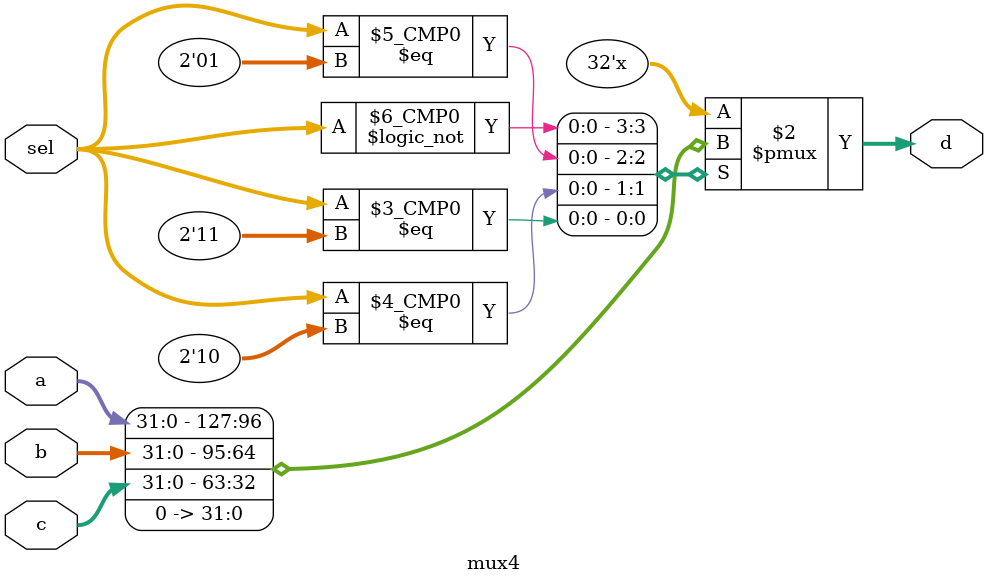
<source format=v>
module mux4(a,b,c,sel,d);
  input [31:0]a,b,c;
  input [1:0]sel;
  output reg [31:0]d;
  
  always@(*)begin
    case(sel)
      2'b00:d=a;
      2'b01:d=b;
      2'b10:d=c;
      2'b11:d=0;
    endcase
  end
  
endmodule
</source>
